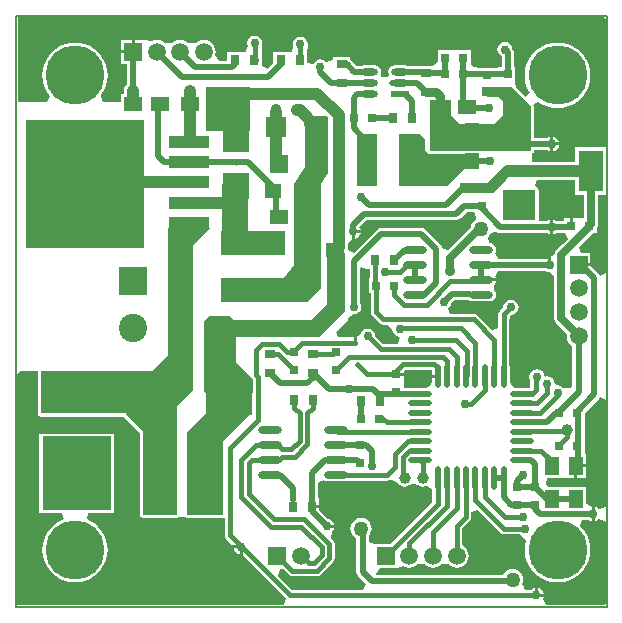
<source format=gtl>
G04*
G04 #@! TF.GenerationSoftware,Altium Limited,Altium Designer,18.1.3 (115)*
G04*
G04 Layer_Physical_Order=1*
G04 Layer_Color=255*
%FSLAX25Y25*%
%MOIN*%
G70*
G01*
G75*
%ADD15C,0.00800*%
%ADD16C,0.02000*%
%ADD20C,0.00394*%
%ADD63C,0.03937*%
%ADD64R,0.15748X0.07874*%
%ADD65R,0.06000X0.06299*%
%ADD66R,0.03000X0.03000*%
%ADD67R,0.03000X0.03000*%
%ADD68R,0.07087X0.07087*%
%ADD69R,0.06000X0.06000*%
%ADD70R,0.05000X0.05200*%
%ADD71R,0.06000X0.05000*%
%ADD72R,0.09055X0.09055*%
%ADD73R,0.23000X0.24500*%
%ADD74R,0.06000X0.11000*%
%ADD75R,0.06000X0.11500*%
%ADD76R,0.21654X0.08465*%
%ADD77R,0.06890X0.17717*%
%ADD78R,0.03150X0.03799*%
%ADD79R,0.04724X0.05906*%
%ADD80R,0.13780X0.03937*%
%ADD81R,0.39370X0.42520*%
%ADD82C,0.05906*%
%ADD83R,0.08465X0.04331*%
%ADD84R,0.08465X0.04331*%
%ADD85R,0.08465X0.13780*%
%ADD86R,0.05906X0.02362*%
%ADD87O,0.05906X0.02362*%
%ADD88O,0.01968X0.07874*%
%ADD89O,0.07874X0.01968*%
%ADD90O,0.08000X0.02400*%
%ADD91R,0.03799X0.03150*%
%ADD92R,0.05200X0.05000*%
%ADD93C,0.03000*%
%ADD94C,0.01500*%
%ADD95C,0.04000*%
%ADD96C,0.02500*%
%ADD97C,0.08500*%
%ADD98R,0.15800X0.07400*%
%ADD99R,0.11000X0.10100*%
%ADD100R,0.19000X0.05000*%
%ADD101R,0.14500X0.14500*%
%ADD102R,0.09449X0.09449*%
%ADD103C,0.09449*%
%ADD104R,0.05906X0.05906*%
%ADD105R,0.05906X0.05906*%
%ADD106C,0.19685*%
%ADD107R,0.09449X0.09449*%
%ADD108C,0.03000*%
%ADD109C,0.05000*%
%ADD110C,0.03500*%
%ADD111C,0.04000*%
%ADD112C,0.02000*%
G36*
X196600Y195885D02*
Y153056D01*
X186472D01*
Y148192D01*
X172528D01*
Y148331D01*
X172100D01*
Y151056D01*
X172528D01*
Y152182D01*
X177073D01*
X177546Y151866D01*
X178021Y151772D01*
Y154221D01*
Y156671D01*
X177546Y156576D01*
X177073Y156260D01*
X172528D01*
Y157387D01*
X172520D01*
Y166800D01*
X172474Y167032D01*
X172775Y167405D01*
X174107Y168266D01*
X175562Y167375D01*
X177139Y166722D01*
X178799Y166323D01*
X180500Y166189D01*
X182201Y166323D01*
X183861Y166722D01*
X185438Y167375D01*
X186893Y168266D01*
X188190Y169375D01*
X189299Y170673D01*
X190191Y172128D01*
X190844Y173705D01*
X191242Y175364D01*
X191376Y177065D01*
X191242Y178767D01*
X190844Y180426D01*
X190191Y182003D01*
X189299Y183458D01*
X188190Y184756D01*
X186893Y185864D01*
X185438Y186756D01*
X183861Y187409D01*
X182201Y187808D01*
X180500Y187941D01*
X178799Y187808D01*
X177139Y187409D01*
X175562Y186756D01*
X174107Y185864D01*
X172810Y184756D01*
X171701Y183458D01*
X170809Y182003D01*
X170156Y180426D01*
X169758Y178767D01*
X169624Y177065D01*
X169758Y175364D01*
X170156Y173705D01*
X170809Y172128D01*
X171390Y171180D01*
X169808Y169934D01*
X166642Y173100D01*
X166400Y175000D01*
X166400Y175000D01*
Y180000D01*
X165939D01*
Y184800D01*
X165784Y185580D01*
X165483Y186030D01*
X165355Y186676D01*
X164802Y187502D01*
X163976Y188055D01*
X163000Y188249D01*
X162024Y188055D01*
X161198Y187502D01*
X160645Y186676D01*
X160451Y185700D01*
X160645Y184724D01*
X161198Y183898D01*
X161861Y183454D01*
Y180000D01*
X161400D01*
Y179841D01*
X159500Y179600D01*
X159500Y179600D01*
X159500Y179600D01*
X154500D01*
X154500Y179600D01*
Y179600D01*
X152600Y179841D01*
X151500Y180500D01*
Y185500D01*
X146500D01*
Y185500D01*
X145500D01*
Y185500D01*
X140500D01*
Y181918D01*
X139441Y180431D01*
X138552Y180374D01*
X133600D01*
Y180279D01*
X130646D01*
X130623Y180295D01*
X129772Y180464D01*
X126228D01*
X125377Y180295D01*
X124656Y179813D01*
X124174Y179091D01*
X124004Y178240D01*
X124174Y177389D01*
X124334Y177078D01*
X124029Y176563D01*
X121745Y176627D01*
X121544Y177017D01*
X121506Y177263D01*
X121590Y177389D01*
X121759Y178240D01*
X121590Y179091D01*
X121108Y179813D01*
X120386Y180295D01*
X119535Y180464D01*
X115992D01*
X115141Y180295D01*
X115118Y180279D01*
X113604D01*
X111643Y182241D01*
X111400Y182404D01*
Y183374D01*
X105600D01*
Y182608D01*
X105212Y182295D01*
X103202Y181702D01*
X102375Y182255D01*
X101400Y182449D01*
X100425Y182255D01*
X99598Y181702D01*
X99045Y180876D01*
X97074Y181218D01*
Y185000D01*
X97074D01*
X97255Y186925D01*
X97349Y187400D01*
X97155Y188375D01*
X96602Y189202D01*
X95776Y189755D01*
X94800Y189949D01*
X93824Y189755D01*
X92998Y189202D01*
X92445Y188375D01*
X92251Y187400D01*
X92331Y187000D01*
X91924Y185000D01*
X90775D01*
X89924Y185000D01*
X85625D01*
Y181109D01*
X83874Y179358D01*
X81874Y180186D01*
X81874Y180639D01*
Y185000D01*
X81874Y185000D01*
X81981Y186955D01*
X82149Y187800D01*
X81955Y188776D01*
X81402Y189602D01*
X80576Y190155D01*
X79600Y190349D01*
X78624Y190155D01*
X77798Y189602D01*
X77245Y188776D01*
X77051Y187800D01*
X77210Y187000D01*
X77138Y186451D01*
X76724Y185000D01*
X75575D01*
X74724Y185000D01*
X70425D01*
Y182039D01*
X67729D01*
X67716Y182047D01*
X66480Y183958D01*
X66482Y184039D01*
X66609Y185000D01*
X66473Y186032D01*
X66075Y186993D01*
X65441Y187819D01*
X64615Y188453D01*
X63654Y188851D01*
X62622Y188987D01*
X61590Y188851D01*
X60629Y188453D01*
X59908Y187900D01*
X59756Y187819D01*
X57614D01*
X57462Y187900D01*
X56741Y188453D01*
X55780Y188851D01*
X54748Y188987D01*
X53716Y188851D01*
X52755Y188453D01*
X52034Y187900D01*
X51882Y187819D01*
X49740D01*
X49588Y187900D01*
X48867Y188453D01*
X47906Y188851D01*
X46874Y188987D01*
X45842Y188851D01*
X44881Y188453D01*
X42953Y188953D01*
Y188953D01*
X39500D01*
Y185000D01*
X39000D01*
Y184500D01*
X35047D01*
Y181047D01*
X36961D01*
Y174217D01*
X36860Y174140D01*
X36380Y173513D01*
X36077Y172783D01*
X35974Y172000D01*
Y171000D01*
X35000D01*
Y168300D01*
X29088D01*
X28166Y170300D01*
X28484Y170673D01*
X29376Y172128D01*
X30029Y173705D01*
X30427Y175364D01*
X30561Y177065D01*
X30427Y178767D01*
X30029Y180426D01*
X29376Y182003D01*
X28484Y183458D01*
X27376Y184756D01*
X26078Y185864D01*
X24623Y186756D01*
X23046Y187409D01*
X21386Y187808D01*
X19685Y187941D01*
X17984Y187808D01*
X16324Y187409D01*
X14747Y186756D01*
X13292Y185864D01*
X11994Y184756D01*
X10886Y183458D01*
X9994Y182003D01*
X9341Y180426D01*
X8943Y178767D01*
X8809Y177065D01*
X8943Y175364D01*
X9341Y173705D01*
X9994Y172128D01*
X10886Y170673D01*
X11204Y170300D01*
X10282Y168300D01*
X600D01*
Y196400D01*
X848Y197001D01*
X195185Y197298D01*
X196600Y195885D01*
D02*
G37*
G36*
X165432Y172868D02*
X171500Y166800D01*
Y152000D01*
X138000D01*
Y169000D01*
X145000D01*
Y163800D01*
X147800Y161000D01*
X159400D01*
X162200Y163800D01*
Y168500D01*
X160400Y170300D01*
X155700D01*
X155500Y170100D01*
X155400Y170200D01*
Y173100D01*
X165200D01*
X165432Y172868D01*
D02*
G37*
G36*
X136400Y155600D02*
Y152000D01*
X137500Y150900D01*
X154400D01*
Y145800D01*
X149200D01*
X143700Y140300D01*
X134200D01*
Y157800D01*
X136400Y155600D01*
D02*
G37*
G36*
X164450Y143550D02*
X163200Y142300D01*
X158900Y138000D01*
X147900D01*
Y141200D01*
X157000D01*
X160100Y144300D01*
X163100Y147300D01*
X164450Y143550D01*
D02*
G37*
G36*
X186472Y137276D02*
X189411D01*
Y129616D01*
X187500Y129400D01*
Y129400D01*
X185500D01*
Y126900D01*
X184500D01*
Y129400D01*
X182500D01*
Y128639D01*
X180048D01*
X179576Y128955D01*
X179100Y129050D01*
Y126600D01*
Y124151D01*
X179576Y124245D01*
X180048Y124561D01*
X182500D01*
Y124400D01*
X183143D01*
X183908Y122552D01*
X182402Y121046D01*
X181993Y120773D01*
X180078Y118858D01*
X179580Y118113D01*
X179568Y118049D01*
X179206Y117138D01*
X178400Y116742D01*
Y113948D01*
X177400D01*
Y116398D01*
X176925Y116303D01*
X176530Y116039D01*
X160690D01*
X160626Y116107D01*
X159804Y118039D01*
X159872Y118142D01*
X160043Y119000D01*
X159872Y119858D01*
X159386Y120586D01*
X158658Y121072D01*
X157800Y121243D01*
X157679D01*
X157490Y121594D01*
X157157Y123243D01*
X157496Y123504D01*
X158057Y124235D01*
X158077Y124282D01*
X159192Y124782D01*
X159975Y124946D01*
X160404Y124908D01*
X160691Y124716D01*
X161472Y124561D01*
X177152D01*
X177624Y124245D01*
X178100Y124151D01*
Y126600D01*
Y129050D01*
X177624Y128955D01*
X177152Y128639D01*
X174269D01*
X174220Y128700D01*
Y138800D01*
X174142Y139190D01*
X173921Y139521D01*
X173614Y139726D01*
X173080Y140140D01*
X173764Y142140D01*
X186472D01*
Y137276D01*
D02*
G37*
G36*
X152800Y131100D02*
X152940D01*
X153322Y129177D01*
X153282Y129077D01*
X153235Y129057D01*
X152504Y128496D01*
X151943Y127765D01*
X151590Y126914D01*
X151529Y126453D01*
X144039Y118963D01*
X143020Y119148D01*
X141962Y119714D01*
X141884Y120106D01*
X141442Y120767D01*
X136567Y125642D01*
X135906Y126084D01*
X135126Y126239D01*
X121700D01*
X120920Y126084D01*
X120258Y125642D01*
X112590Y117973D01*
X110600Y118812D01*
Y121074D01*
X111900Y122141D01*
Y125100D01*
X112400D01*
Y125600D01*
X114849D01*
X114755Y126075D01*
X114476Y126493D01*
X116945Y128961D01*
X146800D01*
X147580Y129116D01*
X148242Y129558D01*
X150244Y131561D01*
X152800D01*
Y131100D01*
D02*
G37*
G36*
X196600Y111378D02*
X194746Y110285D01*
X194600Y110306D01*
X194242Y110842D01*
X191636Y113448D01*
X187500D01*
Y114448D01*
X191453D01*
Y117901D01*
X188358D01*
X187593Y119748D01*
X192244Y124400D01*
X193500D01*
Y126242D01*
X193824Y126727D01*
X193999Y127605D01*
Y137276D01*
X196600D01*
Y111378D01*
D02*
G37*
G36*
X103500Y163500D02*
X103900Y163100D01*
Y144600D01*
X101600Y141000D01*
Y106100D01*
X97000Y101500D01*
X89400Y101500D01*
X89400Y109500D01*
X92700Y113790D01*
Y140914D01*
X96200Y146400D01*
Y156900D01*
X96099Y163500D01*
X103500Y163500D01*
D02*
G37*
G36*
X109600Y117900D02*
Y98400D01*
X101000Y89800D01*
X73200D01*
Y81500D01*
X79000Y75700D01*
Y71300D01*
X63200D01*
X62500Y72000D01*
Y95000D01*
X64400Y96900D01*
X71200D01*
X72700Y95400D01*
X98400D01*
X103500Y100500D01*
X103500Y117900D01*
X109600Y117900D01*
D02*
G37*
G36*
X117126Y112600D02*
Y112600D01*
X117917D01*
Y109500D01*
X117500D01*
Y104500D01*
X118216D01*
Y98200D01*
X118351Y97517D01*
X118738Y96938D01*
X121188Y94488D01*
X121188Y94488D01*
X121767Y94102D01*
X122450Y93966D01*
X123750D01*
X125451Y92500D01*
X125645Y91524D01*
X126198Y90698D01*
X127024Y90145D01*
X127665Y90018D01*
X127931Y89499D01*
X127314Y87534D01*
X122289D01*
X119745Y90079D01*
X119749Y90100D01*
X119555Y91075D01*
X119002Y91902D01*
X118175Y92455D01*
X117200Y92649D01*
X116225Y92455D01*
X115398Y91902D01*
X114845Y91075D01*
X113973Y90096D01*
X113549Y90093D01*
Y88051D01*
X112549D01*
Y89991D01*
X112269Y89935D01*
X112120Y89835D01*
X107448D01*
X106683Y91683D01*
X110600Y95600D01*
Y95945D01*
X110687Y96105D01*
X112500Y97451D01*
X113476Y97645D01*
X114302Y98198D01*
X114855Y99024D01*
X115049Y100000D01*
X114855Y100976D01*
X114639Y101298D01*
Y112994D01*
X115126Y113330D01*
X117126Y112600D01*
D02*
G37*
G36*
X138528Y78949D02*
Y77384D01*
X140551D01*
Y76384D01*
X138528D01*
Y74785D01*
X137928Y73606D01*
X136687Y72933D01*
X134714D01*
X134633Y72949D01*
X129319D01*
X129200Y74900D01*
X129200D01*
Y76900D01*
X126700D01*
Y77900D01*
X129200D01*
Y78377D01*
X129789Y78966D01*
X138511D01*
X138528Y78949D01*
D02*
G37*
G36*
X176925Y111593D02*
X177900Y111399D01*
X179406Y109725D01*
Y96126D01*
X179580Y95248D01*
X180078Y94504D01*
X183599Y90982D01*
X183513Y90326D01*
X183649Y89294D01*
X184047Y88333D01*
X184681Y87507D01*
X185461Y86908D01*
Y73704D01*
X184493Y72859D01*
X182302Y73002D01*
X181475Y73555D01*
X179649Y74300D01*
X179455Y75275D01*
X178902Y76102D01*
X178076Y76655D01*
X177100Y76849D01*
X176234Y76677D01*
X176055Y77575D01*
X175502Y78402D01*
X174676Y78955D01*
X173700Y79149D01*
X172724Y78955D01*
X171898Y78402D01*
X171345Y77575D01*
X171151Y76600D01*
X171345Y75625D01*
X171416Y75519D01*
Y72939D01*
X171410Y72933D01*
X166462D01*
X165222Y73606D01*
X164621Y74785D01*
Y79836D01*
X164468Y80610D01*
X164383Y80737D01*
Y95431D01*
X165000Y97251D01*
X165975Y97445D01*
X166802Y97998D01*
X167355Y98825D01*
X167549Y99800D01*
X167355Y100776D01*
X166802Y101602D01*
X165975Y102155D01*
X165000Y102349D01*
X164024Y102155D01*
X163198Y101602D01*
X162645Y100776D01*
X162451Y99800D01*
X162455Y99779D01*
X161337Y98660D01*
X160950Y98081D01*
X160814Y97398D01*
Y93038D01*
X158814Y92209D01*
X154012Y97012D01*
X153433Y97399D01*
X152750Y97534D01*
X144665D01*
X144058Y99534D01*
X144302Y99698D01*
X144855Y100524D01*
X144966Y101082D01*
X146045Y102161D01*
X150993D01*
X151342Y101928D01*
X152200Y101757D01*
X157800D01*
X158658Y101928D01*
X159386Y102414D01*
X159872Y103142D01*
X160043Y104000D01*
X159872Y104858D01*
X159568Y105313D01*
X159386Y105637D01*
Y107363D01*
X159568Y107687D01*
X159872Y108142D01*
X159944Y108500D01*
X155000D01*
Y109500D01*
X159944D01*
X159872Y109858D01*
X159804Y109961D01*
X160626Y111893D01*
X160690Y111961D01*
X176374D01*
X176925Y111593D01*
D02*
G37*
G36*
X196600Y68822D02*
Y33611D01*
X196211Y33296D01*
X194202Y32702D01*
X193376Y33255D01*
X192900Y33349D01*
Y30900D01*
Y28451D01*
X193376Y28545D01*
X194202Y29098D01*
X196211Y28504D01*
X196600Y28189D01*
Y1300D01*
X196352Y700D01*
X176586D01*
X175672Y2700D01*
X175755Y2825D01*
X175849Y3300D01*
X173400D01*
Y3800D01*
X172900D01*
Y6250D01*
X172424Y6155D01*
X171598Y5602D01*
X169724Y5699D01*
X169180Y6416D01*
X168702Y7584D01*
X168910Y8086D01*
X169030Y9000D01*
X168910Y9914D01*
X168557Y10765D01*
X167996Y11496D01*
X167265Y12057D01*
X166414Y12410D01*
X165500Y12530D01*
X164586Y12410D01*
X163735Y12057D01*
X163004Y11496D01*
X162443Y10765D01*
X162349Y10539D01*
X120363D01*
X120091Y11047D01*
X121289Y13047D01*
X127205D01*
X127205Y13047D01*
X129133Y13547D01*
X130094Y13149D01*
X131126Y13013D01*
X132158Y13149D01*
X133119Y13547D01*
X133840Y14100D01*
X133992Y14181D01*
X136134D01*
X136286Y14100D01*
X137007Y13547D01*
X137968Y13149D01*
X139000Y13013D01*
X140032Y13149D01*
X140993Y13547D01*
X141714Y14100D01*
X141866Y14181D01*
X144008D01*
X144160Y14100D01*
X144881Y13547D01*
X145842Y13149D01*
X146874Y13013D01*
X147906Y13149D01*
X148867Y13547D01*
X149693Y14181D01*
X150327Y15007D01*
X150725Y15968D01*
X150861Y17000D01*
X150725Y18032D01*
X150327Y18993D01*
X149693Y19819D01*
X148867Y20453D01*
X148658Y20539D01*
Y26135D01*
X151262Y28738D01*
X151262Y28738D01*
X151648Y29317D01*
X151784Y30000D01*
X151784Y30000D01*
Y31410D01*
X153784Y32238D01*
X161284Y24738D01*
X161284Y24738D01*
X161863Y24351D01*
X162546Y24216D01*
X162546Y24216D01*
X167685D01*
X167698Y24198D01*
X168525Y23645D01*
X168951Y23310D01*
X169868Y21856D01*
X169950Y21501D01*
X169758Y20701D01*
X169624Y19000D01*
X169758Y17299D01*
X170156Y15639D01*
X170809Y14062D01*
X171701Y12607D01*
X172810Y11310D01*
X174107Y10201D01*
X175562Y9309D01*
X177139Y8656D01*
X178799Y8258D01*
X180500Y8124D01*
X182201Y8258D01*
X183861Y8656D01*
X185438Y9309D01*
X186893Y10201D01*
X188190Y11310D01*
X189299Y12607D01*
X190191Y14062D01*
X190844Y15639D01*
X191242Y17299D01*
X191376Y19000D01*
X191242Y20701D01*
X190844Y22361D01*
X190191Y23938D01*
X189299Y25393D01*
X188190Y26691D01*
X187991Y26861D01*
X188729Y28861D01*
X190952D01*
X191425Y28545D01*
X191900Y28451D01*
Y30900D01*
Y33349D01*
X191862Y33342D01*
X190424Y34127D01*
X189862Y34616D01*
Y39953D01*
X183138D01*
Y39953D01*
X181862D01*
Y39953D01*
X177321D01*
X176545Y40729D01*
X177107Y42996D01*
X177273Y43047D01*
X181862D01*
Y43047D01*
X183138D01*
Y43047D01*
X186000D01*
Y47000D01*
X186500D01*
Y47500D01*
X189862D01*
Y50953D01*
X189508D01*
Y64500D01*
X189500Y64539D01*
Y64616D01*
X194242Y69358D01*
X194242Y69358D01*
X194600Y69894D01*
X194746Y69915D01*
X196600Y68822D01*
D02*
G37*
G36*
X125933Y42024D02*
X126892Y41540D01*
X126907Y41503D01*
X127383Y40883D01*
X128003Y40407D01*
X128725Y40108D01*
X129500Y40006D01*
X130275Y40108D01*
X130997Y40407D01*
X131219Y40578D01*
X131776Y40883D01*
X133224D01*
X133781Y40578D01*
X134003Y40407D01*
X134725Y40108D01*
X135500Y40006D01*
X136275Y40108D01*
X136528Y40213D01*
X136925Y40180D01*
X138044Y39702D01*
X138660Y39288D01*
X138724Y39211D01*
X138767Y39146D01*
Y35038D01*
X124681Y20953D01*
X119299D01*
Y20953D01*
X117539Y21532D01*
Y23560D01*
X118057Y24235D01*
X118410Y25086D01*
X118530Y26000D01*
X118410Y26914D01*
X118057Y27765D01*
X117496Y28496D01*
X116765Y29057D01*
X115914Y29410D01*
X115000Y29530D01*
X114086Y29410D01*
X113235Y29057D01*
X112504Y28496D01*
X111943Y27765D01*
X111590Y26914D01*
X111470Y26000D01*
X111590Y25086D01*
X111943Y24235D01*
X112504Y23504D01*
X113235Y22943D01*
X113461Y22849D01*
Y11500D01*
X113616Y10720D01*
X114058Y10058D01*
X116532Y7584D01*
X115788Y5584D01*
X92039D01*
X87302Y10321D01*
X88019Y12432D01*
X89037Y12566D01*
X90864Y10738D01*
X90864Y10738D01*
X91443Y10351D01*
X92126Y10216D01*
X92126Y10216D01*
X100235D01*
X100918Y10351D01*
X101497Y10738D01*
X105662Y14903D01*
X106049Y15482D01*
X106184Y16164D01*
Y20835D01*
X106184Y20835D01*
X106049Y21518D01*
X105662Y22097D01*
X105662Y22097D01*
X105151Y22608D01*
X105106Y22752D01*
X105402Y24998D01*
X105955Y25824D01*
X106050Y26300D01*
X103600D01*
Y27300D01*
X106050D01*
X105955Y27775D01*
X105402Y28602D01*
X104576Y29155D01*
X104018Y29266D01*
X101075Y32209D01*
Y32800D01*
X98500D01*
Y33800D01*
X101075D01*
Y36200D01*
X100539D01*
Y41244D01*
X101041Y41616D01*
X102539Y42130D01*
X102842Y41928D01*
X103700Y41757D01*
X109300D01*
X110158Y41928D01*
X110215Y41966D01*
X123750D01*
X124433Y42101D01*
X124593Y42208D01*
X125183Y42213D01*
X125933Y42024D01*
D02*
G37*
G36*
X69000Y55000D02*
X69000Y30700D01*
X56900Y30700D01*
X56900Y58200D01*
X63500Y64800D01*
X78800D01*
X69000Y55000D01*
D02*
G37*
G36*
X64500Y126100D02*
X59100Y120700D01*
X59100Y72100D01*
X53500Y66500D01*
Y30700D01*
X42400Y30700D01*
Y58400D01*
X36600Y64200D01*
Y64400D01*
X8400Y64400D01*
Y78600D01*
X45400D01*
X50800Y84000D01*
Y126200D01*
X64500D01*
Y126100D01*
D02*
G37*
G36*
X7355Y66513D02*
X7380D01*
Y64400D01*
X7458Y64010D01*
X7679Y63679D01*
X8010Y63458D01*
X8400Y63380D01*
X35978Y63380D01*
X41380Y57978D01*
Y30700D01*
X41458Y30310D01*
X41679Y29979D01*
X42010Y29758D01*
X42400Y29680D01*
X52942Y29680D01*
X53500Y29680D01*
X53500Y29680D01*
X53890Y29758D01*
X54038Y29857D01*
X54556Y29979D01*
X55844D01*
X56362Y29857D01*
X56510Y29758D01*
X56900Y29680D01*
X56900Y29680D01*
X57458Y29680D01*
X67200Y29680D01*
X67493Y29400D01*
X69516D01*
Y23800D01*
X69652Y23117D01*
X70038Y22538D01*
X72077Y20500D01*
X75000D01*
Y20000D01*
X75500D01*
Y17077D01*
X89877Y2700D01*
X89799Y2020D01*
X89190Y700D01*
X-300D01*
X-300Y21900D01*
X-300Y29400D01*
X-4D01*
X-110Y77184D01*
X1302Y78600D01*
X7355D01*
Y66513D01*
D02*
G37*
%LPC*%
G36*
X38500Y188953D02*
X35047D01*
Y185500D01*
X38500D01*
Y188953D01*
D02*
G37*
G36*
X179021Y156671D02*
Y154721D01*
X180971D01*
X180876Y155197D01*
X180324Y156024D01*
X179497Y156576D01*
X179021Y156671D01*
D02*
G37*
G36*
X180971Y153721D02*
X179021D01*
Y151772D01*
X179497Y151866D01*
X180324Y152419D01*
X180876Y153246D01*
X180971Y153721D01*
D02*
G37*
G36*
X114849Y124600D02*
X112900D01*
Y122651D01*
X113375Y122745D01*
X114202Y123298D01*
X114755Y124125D01*
X114849Y124600D01*
D02*
G37*
G36*
X189862Y46500D02*
X187000D01*
Y43047D01*
X189862D01*
Y46500D01*
D02*
G37*
G36*
X173900Y6250D02*
Y4300D01*
X175849D01*
X175755Y4775D01*
X175202Y5602D01*
X174375Y6155D01*
X173900Y6250D01*
D02*
G37*
G36*
X74500Y19500D02*
X72550D01*
X72645Y19025D01*
X73198Y18198D01*
X74024Y17645D01*
X74500Y17550D01*
Y19500D01*
D02*
G37*
G36*
X32700Y57650D02*
X7700D01*
Y31150D01*
X15459D01*
X15856Y29150D01*
X14747Y28691D01*
X13292Y27799D01*
X12825Y27400D01*
D01*
X11994Y26691D01*
X10886Y25393D01*
X9994Y23938D01*
X9341Y22361D01*
X8943Y20701D01*
X8809Y19000D01*
X8943Y17299D01*
X9341Y15639D01*
X9994Y14062D01*
X10886Y12607D01*
X11994Y11310D01*
X13292Y10201D01*
X14747Y9309D01*
X16324Y8656D01*
X17984Y8258D01*
X19685Y8124D01*
X21386Y8258D01*
X23046Y8656D01*
X24623Y9309D01*
X26078Y10201D01*
X27376Y11310D01*
X28484Y12607D01*
X29376Y14062D01*
X30029Y15639D01*
X30427Y17299D01*
X30561Y19000D01*
X30427Y20701D01*
X30029Y22361D01*
X29376Y23938D01*
X28484Y25393D01*
X27376Y26691D01*
X26545Y27400D01*
X26078Y27799D01*
X24623Y28691D01*
X23514Y29150D01*
X23911Y31150D01*
X32700D01*
Y57650D01*
D02*
G37*
%LPD*%
D15*
X196850Y-100D02*
Y196750D01*
X0Y-100D02*
X196850Y-100D01*
X0D02*
Y196750D01*
Y196750D02*
X196850Y196750D01*
D16*
X142500Y165000D02*
Y166500D01*
X133496Y174500D02*
X136500Y171496D01*
X148500Y153500D02*
X150100Y155100D01*
X141100Y153500D02*
X146000D01*
X187876Y114324D02*
X192800Y109400D01*
X187469Y47969D02*
Y64500D01*
X192253Y31047D02*
X192400Y30900D01*
X174600D02*
X192400D01*
X77432Y148093D02*
X86363Y139163D01*
X86800Y131200D02*
X89500Y128500D01*
X86800Y131200D02*
Y139600D01*
X86363Y139163D02*
X86800Y139600D01*
X149400Y133600D02*
X155300D01*
X146800Y131000D02*
X149400Y133600D01*
X116100Y131000D02*
X146800D01*
X155300Y132772D02*
Y133600D01*
X84000Y176600D02*
X88700Y181300D01*
X55274Y176600D02*
X84000D01*
X46874Y185000D02*
X55274Y176600D01*
X112400Y127300D02*
X116100Y131000D01*
X112400Y125100D02*
Y127300D01*
X120590Y70910D02*
X134633D01*
X184700Y126600D02*
X185000Y126900D01*
X178600Y126600D02*
X184700D01*
X167295Y154221D02*
X178521D01*
X87900Y44000D02*
X92300Y39600D01*
X84500Y44000D02*
X87900D01*
X98500Y31900D02*
X103600Y26800D01*
X98500Y31900D02*
Y33300D01*
X143300Y134000D02*
X148950Y139650D01*
X117500Y134000D02*
X143300D01*
X115000Y136500D02*
X117500Y134000D01*
X192800Y70800D02*
Y109400D01*
X161472Y126600D02*
X178600D01*
X155300Y132772D02*
X161472Y126600D01*
X177648Y114000D02*
X177700Y113948D01*
X155000Y114000D02*
X177648D01*
X151000Y147000D02*
X152500D01*
X154100Y148600D01*
X149000Y177500D02*
X163900D01*
X133390Y147000D02*
Y153000D01*
X115500Y11500D02*
Y26000D01*
X101400Y178100D02*
Y179900D01*
X113760Y170760D02*
X117764D01*
X112500Y169500D02*
X113760Y170760D01*
X112500Y163000D02*
Y169500D01*
X112600Y100100D02*
Y115100D01*
X121700Y124200D01*
X39000Y172000D02*
Y185000D01*
X150689Y166200D02*
X157800D01*
X140000Y108000D02*
Y119325D01*
X136000Y104000D02*
X140000Y108000D01*
X135126Y124200D02*
X140000Y119325D01*
X121700Y124200D02*
X135126D01*
X98500Y33300D02*
Y44500D01*
X92300Y35500D02*
Y39600D01*
X145200Y104200D02*
X151300D01*
X142500Y101500D02*
X145200Y104200D01*
X112500Y100000D02*
X112600Y100100D01*
X163000Y185700D02*
X163900Y184800D01*
Y177500D02*
Y184800D01*
X154100Y148600D02*
X158000D01*
X150429Y166460D02*
X150689Y166200D01*
X149000Y177500D02*
Y183000D01*
X101400Y178100D02*
X105000Y174500D01*
X186500Y64500D02*
X192800Y70800D01*
X84500Y77801D02*
X87901Y74400D01*
X97100D01*
X99000Y76300D01*
Y77801D01*
X104301Y72500D01*
X111000D01*
X186500Y47000D02*
X187469Y47969D01*
X149000Y167889D02*
X150429Y166460D01*
X149000Y167889D02*
Y177500D01*
X136500Y177799D02*
X143000D01*
Y183000D01*
X72000Y180000D02*
X73000Y181000D01*
X59748Y180000D02*
X72000D01*
X54748Y185000D02*
X59748Y180000D01*
X136500Y171496D02*
Y171500D01*
X128000Y174500D02*
X133496D01*
X105000D02*
X107000D01*
X108500Y180799D02*
X110201D01*
X112760Y178240D01*
X117764D01*
X117110Y149000D02*
Y154890D01*
X112500Y159500D02*
X117110Y154890D01*
X112500Y159500D02*
Y163000D01*
X132000D02*
Y168500D01*
X129740Y170760D02*
X132000Y168500D01*
X128000Y170760D02*
X129740D01*
X118500Y163000D02*
X125701D01*
X119100Y72400D02*
X120590Y70910D01*
X111100Y72400D02*
X119100D01*
X111000Y72500D02*
X111100Y72400D01*
X47407Y150093D02*
Y166907D01*
Y150093D02*
X49407Y148093D01*
X57706D01*
X47407Y166907D02*
X48000Y167500D01*
X57706Y148093D02*
X77432D01*
X115500Y11500D02*
X118500Y8500D01*
X165000D02*
X165500Y9000D01*
X166500D01*
X167000Y42000D02*
X169000Y44000D01*
X167000Y40000D02*
Y42000D01*
X133000Y109000D02*
Y114000D01*
X125470Y174500D02*
X128000D01*
X180500Y64500D02*
X187500Y71500D01*
X115000Y26000D02*
X115500D01*
X98500Y44500D02*
X103000Y49000D01*
X106500D01*
X118500Y8500D02*
X165000D01*
X187500Y71500D02*
Y90326D01*
X118500Y47000D02*
Y52000D01*
X116500Y54000D02*
X118500Y52000D01*
X114500Y54000D02*
X116500D01*
X173000Y40000D02*
Y47500D01*
X171637Y48863D02*
X173000Y47500D01*
X168517Y48863D02*
X171637D01*
X173000Y32500D02*
Y34000D01*
Y32500D02*
X174600Y30900D01*
X159449Y43000D02*
X162598D01*
X186500Y64500D02*
X187469D01*
X115000Y68500D02*
X115100Y68400D01*
Y62500D02*
Y68400D01*
X113500Y49000D02*
X114500Y48000D01*
X106500Y49000D02*
X113500D01*
X106500Y54000D02*
X114500D01*
X146000Y153500D02*
X148500D01*
X110500Y174500D02*
X117764D01*
X165000Y34000D02*
X167000D01*
X162598Y36402D02*
X165000Y34000D01*
X162598Y36402D02*
Y43000D01*
X167000Y34000D02*
X173000D01*
X167000Y40000D02*
X173000D01*
X177000Y36000D01*
X178500D01*
X186500D01*
X126000Y115500D02*
X129500Y119000D01*
X133000D01*
X155000Y109000D02*
Y114000D01*
X176961Y61461D02*
X180000Y64500D01*
X168517Y61461D02*
X176961D01*
X141500Y166500D02*
X142500D01*
X136059Y178240D02*
X136500Y177799D01*
X128000Y178240D02*
X136059D01*
D20*
X73400Y147313D02*
Y148887D01*
X72613Y148100D02*
X74187D01*
D63*
X183500Y59000D02*
D03*
X135500Y43000D02*
D03*
X129500D02*
D03*
D64*
X43500Y68800D02*
D03*
X71059D02*
D03*
D65*
X67500Y92000D02*
D03*
X54000D02*
D03*
D66*
X143000Y177500D02*
D03*
X149000D02*
D03*
X187000Y53500D02*
D03*
X181000D02*
D03*
X121100Y62500D02*
D03*
X115100D02*
D03*
X149000Y183000D02*
D03*
X143000D02*
D03*
X185000Y126900D02*
D03*
X191000D02*
D03*
X187000Y64500D02*
D03*
X181000D02*
D03*
X126000Y107000D02*
D03*
X120000D02*
D03*
X118500Y163000D02*
D03*
X112500D02*
D03*
D67*
X155300Y139600D02*
D03*
Y133600D02*
D03*
X92700Y78800D02*
D03*
Y84800D02*
D03*
X145900Y148000D02*
D03*
X146000Y153500D02*
D03*
X163900Y177500D02*
D03*
Y171500D02*
D03*
X106500Y78801D02*
D03*
Y84801D02*
D03*
X126700Y71400D02*
D03*
Y77400D02*
D03*
X157000Y177100D02*
D03*
X156900Y171600D02*
D03*
X141000Y148000D02*
D03*
X141100Y153500D02*
D03*
X173000Y34000D02*
D03*
Y40000D02*
D03*
X167000D02*
D03*
Y34000D02*
D03*
X114500Y54000D02*
D03*
Y48000D02*
D03*
D68*
X86500Y160000D02*
D03*
X100000D02*
D03*
D69*
X101000Y147500D02*
D03*
X87500D02*
D03*
D70*
X152000Y148400D02*
D03*
Y158400D02*
D03*
D71*
X150429Y166460D02*
D03*
X141429D02*
D03*
X67000Y167500D02*
D03*
X58000D02*
D03*
X97430Y118960D02*
D03*
X106430D02*
D03*
X48000Y167500D02*
D03*
X39000D02*
D03*
X96500Y130000D02*
D03*
X87500D02*
D03*
D72*
X73400Y155958D02*
D03*
Y140242D02*
D03*
D73*
X20200Y44400D02*
D03*
D74*
X11355Y73013D02*
D03*
D75*
X29155Y72913D02*
D03*
D76*
X79000Y121374D02*
D03*
Y105626D02*
D03*
D77*
X130890Y149000D02*
D03*
X117110D02*
D03*
D78*
X126000Y115500D02*
D03*
X119701D02*
D03*
X88200Y182100D02*
D03*
X94499D02*
D03*
X73000D02*
D03*
X79299D02*
D03*
X132000Y163000D02*
D03*
X125701D02*
D03*
X92201Y33300D02*
D03*
X98500D02*
D03*
X92701Y69000D02*
D03*
X99000D02*
D03*
X121299Y68500D02*
D03*
X115000D02*
D03*
D79*
X178500Y36000D02*
D03*
Y47000D02*
D03*
X186500D02*
D03*
Y36000D02*
D03*
D80*
X57706Y154786D02*
D03*
Y134707D02*
D03*
Y148093D02*
D03*
Y128014D02*
D03*
Y141400D02*
D03*
D81*
X23000Y141000D02*
D03*
D82*
X32116Y133526D02*
D03*
Y125652D02*
D03*
X24242Y133526D02*
D03*
Y125652D02*
D03*
X16368D02*
D03*
Y133526D02*
D03*
X8494D02*
D03*
Y125652D02*
D03*
X32116Y141400D02*
D03*
Y149274D02*
D03*
Y157148D02*
D03*
X24242Y149274D02*
D03*
Y157148D02*
D03*
X16368Y141400D02*
D03*
Y149274D02*
D03*
Y157148D02*
D03*
X8494Y141400D02*
D03*
Y149274D02*
D03*
Y157148D02*
D03*
X187500Y90326D02*
D03*
Y98200D02*
D03*
Y106074D02*
D03*
X95000Y17000D02*
D03*
X131126D02*
D03*
X139000D02*
D03*
X146874D02*
D03*
X46874Y185000D02*
D03*
X54748D02*
D03*
X62622D02*
D03*
D83*
X167295Y154221D02*
D03*
Y136111D02*
D03*
D84*
Y145166D02*
D03*
D85*
X191705Y145166D02*
D03*
D86*
X128000Y170760D02*
D03*
D87*
Y174500D02*
D03*
Y178240D02*
D03*
X117764Y170760D02*
D03*
Y174500D02*
D03*
Y178240D02*
D03*
D88*
X162598Y43000D02*
D03*
X159449D02*
D03*
X156299D02*
D03*
X153150D02*
D03*
X150000D02*
D03*
X146850D02*
D03*
X143701D02*
D03*
X140551D02*
D03*
Y76884D02*
D03*
X143701D02*
D03*
X146850D02*
D03*
X150000D02*
D03*
X153150D02*
D03*
X156299D02*
D03*
X159449D02*
D03*
X162598D02*
D03*
D89*
X134633Y48863D02*
D03*
Y52013D02*
D03*
Y55162D02*
D03*
Y58312D02*
D03*
Y61461D02*
D03*
Y64611D02*
D03*
Y67761D02*
D03*
Y70910D02*
D03*
X168517Y70910D02*
D03*
Y67761D02*
D03*
Y64611D02*
D03*
Y61461D02*
D03*
Y58312D02*
D03*
Y55162D02*
D03*
Y52013D02*
D03*
Y48863D02*
D03*
D90*
X133000Y119000D02*
D03*
Y114000D02*
D03*
Y109000D02*
D03*
Y104000D02*
D03*
X155000Y119000D02*
D03*
Y109000D02*
D03*
Y104000D02*
D03*
Y114000D02*
D03*
X84500Y49000D02*
D03*
Y54000D02*
D03*
X106500D02*
D03*
Y44000D02*
D03*
Y49000D02*
D03*
Y59000D02*
D03*
X84500Y44000D02*
D03*
Y59000D02*
D03*
D91*
X108500Y180799D02*
D03*
Y174500D02*
D03*
X136500Y177799D02*
D03*
Y171500D02*
D03*
X99000Y77801D02*
D03*
Y84100D02*
D03*
X84500Y77801D02*
D03*
Y84100D02*
D03*
D92*
X97000Y106500D02*
D03*
X107000D02*
D03*
X95700Y138500D02*
D03*
X85700D02*
D03*
D93*
X136500Y171496D02*
X140104D01*
X141429Y166460D02*
Y170170D01*
X140104Y171496D02*
X141429Y170170D01*
X157300Y171500D02*
X163900D01*
X53486Y128014D02*
X54000Y127500D01*
X53486Y128014D02*
X57706D01*
D94*
X126100Y77800D02*
X129050Y80750D01*
X71300Y23800D02*
X91300Y3800D01*
X71300Y52772D02*
X80750Y62222D01*
Y76425D01*
X79900Y77275D02*
Y85449D01*
Y77275D02*
X80750Y76425D01*
X79900Y85449D02*
X81875Y87425D01*
X79400Y182900D02*
X80000Y182299D01*
X79965Y53800D02*
X81100D01*
X75000Y48836D02*
X79965Y53800D01*
X75000Y36665D02*
Y48836D01*
X77500Y47800D02*
X78700Y49000D01*
X77500Y37700D02*
Y47800D01*
X78700Y49000D02*
X84500D01*
X92701Y66350D02*
X94600Y64451D01*
Y55300D02*
Y64451D01*
X92701Y66350D02*
Y69000D01*
X91800Y52500D02*
X94600Y55300D01*
X88700Y52500D02*
X91800D01*
X87700Y53500D02*
X88700Y52500D01*
X99000Y66350D02*
Y69000D01*
X97100Y64451D02*
X99000Y66350D01*
X97100Y54264D02*
Y64451D01*
X92836Y50000D02*
X97100Y54264D01*
X88800Y50000D02*
X92836D01*
X87700Y48900D02*
X88800Y50000D01*
X75000Y36665D02*
X85065Y26600D01*
X77500Y37700D02*
X86100Y29100D01*
X96135D01*
X104400Y20835D01*
X85065Y26600D02*
X95100D01*
X101900Y19800D01*
X104400Y16164D02*
Y20835D01*
X100235Y12000D02*
X104400Y16164D01*
X101900Y17200D02*
Y19800D01*
X99200Y14500D02*
X101900Y17200D01*
X92126Y12000D02*
X100235D01*
X87126Y17000D02*
X92126Y12000D01*
X97500Y14500D02*
X99200D01*
X95000Y17000D02*
X97500Y14500D01*
X71300Y23800D02*
Y52772D01*
X91300Y3800D02*
X173400D01*
X173700D01*
X79600Y183100D02*
Y187800D01*
X79400Y182900D02*
X79600Y183100D01*
X122450Y95750D02*
X152750D01*
X129300Y100700D02*
X136850D01*
X126000Y104000D02*
X129300Y100700D01*
X136850D02*
X144550Y108400D01*
X94800Y182401D02*
Y187400D01*
X121550Y85750D02*
X144250D01*
X117200Y90100D02*
X121550Y85750D01*
X120000Y98200D02*
Y107000D01*
Y98200D02*
X122450Y95750D01*
X119701Y107299D02*
Y115500D01*
X123000Y111500D02*
X127949D01*
X130449Y114000D01*
X173200Y72200D02*
Y77104D01*
X177100Y71100D02*
Y74300D01*
X180500Y70429D02*
Y71200D01*
X154400Y108400D02*
X155000Y109000D01*
X144550Y108400D02*
X154400D01*
X173761Y67761D02*
X177100Y71100D01*
X174682Y64611D02*
X180500Y70429D01*
X171910Y70910D02*
X173200Y72200D01*
X162598Y97398D02*
X165000Y99800D01*
X152750Y95750D02*
X159449Y89051D01*
X94499Y182100D02*
X94800Y182401D01*
X81875Y87425D02*
X87611D01*
X90236Y84800D01*
X92700D01*
X119701Y107299D02*
X120000Y107000D01*
X113900Y80500D02*
X117000Y77400D01*
X126700D01*
X104275Y88051D02*
X113049D01*
X103974Y87750D02*
X104275Y88051D01*
X95350Y87750D02*
X103974D01*
X92700Y85100D02*
X95350Y87750D01*
X92700Y84800D02*
Y85100D01*
X87400Y84100D02*
X92700Y78800D01*
X84500Y84100D02*
X87400D01*
X106500Y78801D02*
X110949Y83250D01*
X105799Y84100D02*
X106500Y84801D01*
X99000Y84100D02*
X105799D01*
X129050Y80750D02*
X139250D01*
X110949Y83250D02*
X142215D01*
X132096Y89000D02*
X146500D01*
X126446Y46446D02*
Y51031D01*
X123750Y43750D02*
X126446Y46446D01*
X106750Y43750D02*
X123750D01*
X128946Y44446D02*
Y49995D01*
X130963Y52013D01*
X146850Y76884D02*
Y83150D01*
X144250Y85750D02*
X146850Y83150D01*
X139250Y80750D02*
X140551Y79449D01*
X142215Y83250D02*
X143701Y81764D01*
X146500Y89000D02*
X150250Y85250D01*
X128250Y92750D02*
X148250D01*
X128000Y92500D02*
X128250Y92750D01*
X130449Y114000D02*
X133000D01*
X126000Y104000D02*
Y107000D01*
X140551Y34299D02*
Y43000D01*
X143701Y33701D02*
Y43000D01*
X123252Y17000D02*
X140551Y34299D01*
X131126Y21126D02*
X143701Y33701D01*
X140551Y76884D02*
Y79449D01*
X148250Y92750D02*
X153150Y87850D01*
X143701Y76884D02*
Y81764D01*
X162546Y26000D02*
X169500D01*
X153150Y35396D02*
X162546Y26000D01*
X163000Y30000D02*
X167404D01*
X156299Y36701D02*
X163000Y30000D01*
X106500Y44000D02*
X106750Y43750D01*
X130577Y55162D02*
X134633D01*
X130963Y52013D02*
X134633D01*
X126446Y51031D02*
X130577Y55162D01*
X120500Y69299D02*
X121299Y68500D01*
X119701Y115500D02*
X119750Y115451D01*
X159449Y76884D02*
Y89051D01*
X150250Y77134D02*
Y85250D01*
X150000Y76884D02*
X150250Y77134D01*
X149500Y67500D02*
X151500D01*
X122000Y63000D02*
X123539Y61461D01*
X134633D01*
X162598Y76884D02*
Y97398D01*
X168705Y58500D02*
X183000D01*
X168517Y58312D02*
X168705Y58500D01*
X180500Y53500D02*
X183500Y56500D01*
Y59000D01*
X168517Y70910D02*
X171910D01*
X146874Y17000D02*
Y26874D01*
X150000Y30000D01*
Y43000D01*
X139000Y17000D02*
Y25000D01*
X146850Y32850D01*
Y43000D01*
X131126Y17000D02*
Y21126D01*
X168517Y67761D02*
X173761D01*
X156299Y36701D02*
Y43000D01*
X153150Y35396D02*
Y43000D01*
X151500Y67500D02*
X156299Y72299D01*
Y76884D01*
X153150D02*
Y87850D01*
X107188Y58312D02*
X134633D01*
X106500Y59000D02*
X107188Y58312D01*
X168517Y64611D02*
X174682D01*
X134633Y48863D02*
X135500Y47996D01*
Y43000D02*
Y47996D01*
X128500Y43000D02*
X129500D01*
X180500Y64500D02*
X181000D01*
X174987Y52013D02*
X178500Y48500D01*
X168517Y52013D02*
X174987D01*
D95*
X106430Y118960D02*
X107500Y120030D01*
Y163829D01*
X100329Y171000D02*
X107500Y163829D01*
X93500Y165500D02*
X94500D01*
X191705Y145166D02*
X191705Y145166D01*
X167295Y145166D02*
X191705D01*
X75000Y161000D02*
X75600D01*
X74000Y162000D02*
X75000Y161000D01*
X75100Y171000D02*
X100329D01*
X100000Y158500D02*
X101500Y160000D01*
X39000Y167500D02*
Y172000D01*
X86500Y160000D02*
Y165000D01*
X94500Y165500D02*
X100000Y160000D01*
X97000Y118530D02*
X97430Y118960D01*
X58000Y167500D02*
Y172000D01*
X57706Y154786D02*
X58000Y155079D01*
Y167500D01*
X73500Y161500D02*
X74000Y162000D01*
X86500Y148500D02*
X87500Y147500D01*
X86500Y148500D02*
Y160000D01*
X5500Y122658D02*
X8494Y125652D01*
X71419Y134707D02*
X73126Y133000D01*
X57706Y134707D02*
X71419D01*
X32116Y141400D02*
X57706D01*
Y154786D02*
X62286D01*
D96*
X181700Y96126D02*
X187500Y90326D01*
X181700Y96126D02*
Y117236D01*
X183615Y119151D01*
X183751D01*
X191000Y126400D01*
Y126900D01*
X191705Y127605D01*
Y145166D01*
X144500Y116179D02*
X154321Y126000D01*
X155000D01*
X144500Y112000D02*
Y116179D01*
D97*
X73126Y133000D02*
Y139968D01*
Y124500D02*
Y133000D01*
Y139968D02*
X73400Y140242D01*
D98*
X71100Y67600D02*
D03*
D99*
X167700Y133750D02*
D03*
D100*
X141500Y148500D02*
D03*
D101*
X70750Y165750D02*
D03*
D102*
X39000Y108591D02*
D03*
D103*
Y93000D02*
D03*
X63500Y37000D02*
D03*
D104*
X187500Y113948D02*
D03*
D105*
X87126Y17000D02*
D03*
X123252D02*
D03*
X39000Y185000D02*
D03*
D106*
X180500Y19000D02*
D03*
X19685Y177065D02*
D03*
X180500D02*
D03*
X19685Y19000D02*
D03*
D107*
X47909Y37000D02*
D03*
D108*
X192400Y30900D02*
D03*
X112400Y125100D02*
D03*
X178521Y154221D02*
D03*
X75000Y20000D02*
D03*
X103600Y26800D02*
D03*
X79600Y187800D02*
D03*
X178600Y126600D02*
D03*
X177900Y113948D02*
D03*
X94800Y187400D02*
D03*
X101400Y179900D02*
D03*
X117200Y90100D02*
D03*
X123000Y111500D02*
D03*
X173700Y76600D02*
D03*
X177100Y74300D02*
D03*
X180500Y71200D02*
D03*
X157800Y166200D02*
D03*
X165000Y99800D02*
D03*
X142500Y101500D02*
D03*
X173400Y3800D02*
D03*
X163000Y185700D02*
D03*
X158000Y148600D02*
D03*
X115000Y136500D02*
D03*
X132096Y89000D02*
D03*
X128000Y92500D02*
D03*
X112500Y100000D02*
D03*
X169000Y44000D02*
D03*
X169500Y26000D02*
D03*
X169000Y30000D02*
D03*
X118500Y47000D02*
D03*
X111000Y72500D02*
D03*
X149500Y67500D02*
D03*
D109*
X14800Y47600D02*
D03*
Y35600D02*
D03*
Y41600D02*
D03*
X24600Y53600D02*
D03*
Y47600D02*
D03*
Y35600D02*
D03*
X14800Y53200D02*
D03*
X24600Y41600D02*
D03*
X155000Y126000D02*
D03*
X168900Y131100D02*
D03*
X22000Y149500D02*
D03*
X14000D02*
D03*
Y156000D02*
D03*
X165500Y9000D02*
D03*
X22000Y156000D02*
D03*
X115000Y26000D02*
D03*
D110*
X86500Y166000D02*
D03*
X75500Y166100D02*
D03*
X75600Y161000D02*
D03*
X70900D02*
D03*
X144500Y112000D02*
D03*
X39000Y172000D02*
D03*
X58000D02*
D03*
X65500Y161000D02*
D03*
D111*
X93500Y165500D02*
D03*
D112*
X150300Y154900D02*
D03*
X113049Y88051D02*
D03*
X113900Y80500D02*
D03*
X142000Y155000D02*
D03*
Y162000D02*
D03*
M02*

</source>
